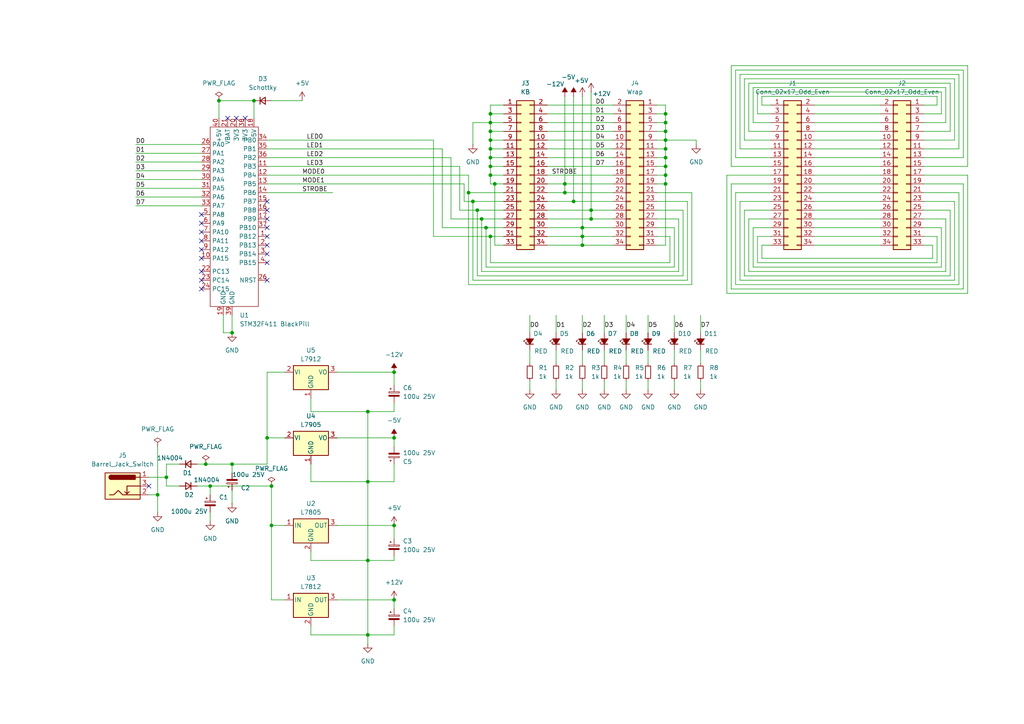
<source format=kicad_sch>
(kicad_sch (version 20231120) (generator "eeschema") (generator_version "8.0")
  (paper "A4")
  (lib_symbols
    (symbol "Connector:Barrel_Jack_Switch" (pin_names hide)
      (property "Reference" "J" (at 0 5.334 0))
      (property "Value" "Barrel_Jack_Switch" (at 0 -5.08 0))
      (symbol "Barrel_Jack_Switch_1_1"
        (pin passive line (at 7.62 2.54 180) (length 2.54) (name "~") (number "1"))
        (pin passive line (at 7.62 -2.54 180) (length 2.54) (name "~") (number "2"))
        (pin passive line (at 7.62 0 180) (length 2.54) (name "~") (number "3"))
      )
    )
    (symbol "Connector_Generic:Conn_02x17_Odd_Even" (pin_names (offset 1.016) hide)
      (property "Reference" "J" (at 1.27 22.86 0))
      (property "Value" "Conn_02x17_Odd_Even" (at 1.27 -22.86 0))
      (symbol "Conn_02x17_Odd_Even_1_1"
        (pin passive line (at -5.08 20.32 0) (length 3.81) (name "Pin_1") (number "1"))
        (pin passive line (at 7.62 10.16 180) (length 3.81) (name "Pin_10") (number "10"))
        (pin passive line (at -5.08 7.62 0) (length 3.81) (name "Pin_11") (number "11"))
        (pin passive line (at 7.62 7.62 180) (length 3.81) (name "Pin_12") (number "12"))
        (pin passive line (at -5.08 5.08 0) (length 3.81) (name "Pin_13") (number "13"))
        (pin passive line (at 7.62 5.08 180) (length 3.81) (name "Pin_14") (number "14"))
        (pin passive line (at -5.08 2.54 0) (length 3.81) (name "Pin_15") (number "15"))
        (pin passive line (at 7.62 2.54 180) (length 3.81) (name "Pin_16") (number "16"))
        (pin passive line (at -5.08 0 0) (length 3.81) (name "Pin_17") (number "17"))
        (pin passive line (at 7.62 0 180) (length 3.81) (name "Pin_18") (number "18"))
        (pin passive line (at -5.08 -2.54 0) (length 3.81) (name "Pin_19") (number "19"))
        (pin passive line (at 7.62 20.32 180) (length 3.81) (name "Pin_2") (number "2"))
        (pin passive line (at 7.62 -2.54 180) (length 3.81) (name "Pin_20") (number "20"))
        (pin passive line (at -5.08 -5.08 0) (length 3.81) (name "Pin_21") (number "21"))
        (pin passive line (at 7.62 -5.08 180) (length 3.81) (name "Pin_22") (number "22"))
        (pin passive line (at -5.08 -7.62 0) (length 3.81) (name "Pin_23") (number "23"))
        (pin passive line (at 7.62 -7.62 180) (length 3.81) (name "Pin_24") (number "24"))
        (pin passive line (at -5.08 -10.16 0) (length 3.81) (name "Pin_25") (number "25"))
        (pin passive line (at 7.62 -10.16 180) (length 3.81) (name "Pin_26") (number "26"))
        (pin passive line (at -5.08 -12.7 0) (length 3.81) (name "Pin_27") (number "27"))
        (pin passive line (at 7.62 -12.7 180) (length 3.81) (name "Pin_28") (number "28"))
        (pin passive line (at -5.08 -15.24 0) (length 3.81) (name "Pin_29") (number "29"))
        (pin passive line (at -5.08 17.78 0) (length 3.81) (name "Pin_3") (number "3"))
        (pin passive line (at 7.62 -15.24 180) (length 3.81) (name "Pin_30") (number "30"))
        (pin passive line (at -5.08 -17.78 0) (length 3.81) (name "Pin_31") (number "31"))
        (pin passive line (at 7.62 -17.78 180) (length 3.81) (name "Pin_32") (number "32"))
        (pin passive line (at -5.08 -20.32 0) (length 3.81) (name "Pin_33") (number "33"))
        (pin passive line (at 7.62 -20.32 180) (length 3.81) (name "Pin_34") (number "34"))
        (pin passive line (at 7.62 17.78 180) (length 3.81) (name "Pin_4") (number "4"))
        (pin passive line (at -5.08 15.24 0) (length 3.81) (name "Pin_5") (number "5"))
        (pin passive line (at 7.62 15.24 180) (length 3.81) (name "Pin_6") (number "6"))
        (pin passive line (at -5.08 12.7 0) (length 3.81) (name "Pin_7") (number "7"))
        (pin passive line (at 7.62 12.7 180) (length 3.81) (name "Pin_8") (number "8"))
        (pin passive line (at -5.08 10.16 0) (length 3.81) (name "Pin_9") (number "9"))
      )
    )
    (symbol "Device:C_Polarized_Small" (pin_numbers hide) (pin_names (offset 0.254) hide)
      (property "Reference" "C" (at 0.254 1.778 0))
      (property "Value" "C_Polarized_Small" (at 0.254 -2.032 0))
      (symbol "C_Polarized_Small_1_1"
        (pin passive line (at 0 2.54 270) (length 1.8542) (name "~") (number "1"))
        (pin passive line (at 0 -2.54 90) (length 1.8542) (name "~") (number "2"))
      )
    )
    (symbol "Device:D_Small" (pin_numbers hide) (pin_names (offset 0.254) hide)
      (property "Reference" "D" (at -1.27 2.032 0))
      (property "Value" "D_Small" (at -3.81 -2.032 0))
      (symbol "D_Small_1_1"
        (pin passive line (at -2.54 0 0) (length 1.778) (name "K") (number "1"))
        (pin passive line (at 2.54 0 180) (length 1.778) (name "A") (number "2"))
      )
    )
    (symbol "Device:LED_Small_Filled" (pin_numbers hide) (pin_names (offset 0.254) hide)
      (property "Reference" "D" (at -1.27 3.175 0))
      (property "Value" "LED_Small_Filled" (at -4.445 -2.54 0))
      (symbol "LED_Small_Filled_1_1"
        (pin passive line (at -2.54 0 0) (length 1.778) (name "K") (number "1"))
        (pin passive line (at 2.54 0 180) (length 1.778) (name "A") (number "2"))
      )
    )
    (symbol "Device:R_Small" (pin_numbers hide) (pin_names (offset 0.254) hide)
      (property "Reference" "R" (at 0.762 0.508 0))
      (property "Value" "R_Small" (at 0.762 -1.016 0))
      (symbol "R_Small_1_1"
        (pin passive line (at 0 2.54 270) (length 0.762) (name "~") (number "1"))
        (pin passive line (at 0 -2.54 90) (length 0.762) (name "~") (number "2"))
      )
    )
    (symbol "Q1LMCKbdTester:411BlackPill"
      (property "Reference" "U" (at -8.636 -0.762 0))
      (property "Value" "STM32F411 BlackPill" (at -1.016 -20.574 90))
      (symbol "411BlackPill_1_1"
        (pin bidirectional line (at 8.89 -34.29 180) (length 2.54) (name "PB12") (number "1"))
        (pin bidirectional line (at -10.16 -40.64 0) (length 2.54) (name "PA15") (number "10"))
        (pin bidirectional line (at 8.89 -13.97 180) (length 2.54) (name "PB3") (number "11"))
        (pin bidirectional line (at 8.89 -16.51 180) (length 2.54) (name "PB4") (number "12"))
        (pin bidirectional line (at 8.89 -19.05 180) (length 2.54) (name "PB5") (number "13"))
        (pin bidirectional line (at 8.89 -21.59 180) (length 2.54) (name "PB6") (number "14"))
        (pin bidirectional line (at 8.89 -24.13 180) (length 2.54) (name "PB7") (number "15"))
        (pin bidirectional line (at 8.89 -26.67 180) (length 2.54) (name "PB8") (number "16"))
        (pin bidirectional line (at 8.89 -29.21 180) (length 2.54) (name "PB9") (number "17"))
        (pin input line (at 5.08 0 270) (length 2.54) (name "5V") (number "18"))
        (pin power_in line (at -3.81 -57.15 90) (length 2.54) (name "GND") (number "19"))
        (pin bidirectional line (at 8.89 -36.83 180) (length 2.54) (name "PB13") (number "2"))
        (pin power_out line (at 0 0 270) (length 2.54) (name "3V3") (number "20"))
        (pin power_in line (at -2.54 0 270) (length 2.54) (name "VBAT") (number "21"))
        (pin bidirectional line (at -10.16 -44.45 0) (length 2.54) (name "PC13") (number "22"))
        (pin bidirectional line (at -10.16 -46.99 0) (length 2.54) (name "PC14") (number "23"))
        (pin bidirectional line (at -10.16 -49.53 0) (length 2.54) (name "PC15") (number "24"))
        (pin input line (at 8.89 -46.99 180) (length 2.54) (name "NRST") (number "26"))
        (pin bidirectional line (at -10.16 -7.62 0) (length 2.54) (name "PA0") (number "26"))
        (pin bidirectional line (at -10.16 -10.16 0) (length 2.54) (name "PA1") (number "27"))
        (pin bidirectional line (at -10.16 -12.7 0) (length 2.54) (name "PA2") (number "28"))
        (pin bidirectional line (at -10.16 -15.24 0) (length 2.54) (name "PA3") (number "29"))
        (pin bidirectional line (at 8.89 -39.37 180) (length 2.54) (name "PB14") (number "3"))
        (pin bidirectional line (at -10.16 -17.78 0) (length 2.54) (name "PA4") (number "30"))
        (pin bidirectional line (at -10.16 -20.32 0) (length 2.54) (name "PA5") (number "31"))
        (pin bidirectional line (at -10.16 -22.86 0) (length 2.54) (name "PA6") (number "32"))
        (pin bidirectional line (at -10.16 -25.4 0) (length 2.54) (name "PA7") (number "33"))
        (pin bidirectional line (at 8.89 -6.35 180) (length 2.54) (name "PB0") (number "34"))
        (pin bidirectional line (at 8.89 -8.89 180) (length 2.54) (name "PB1") (number "35"))
        (pin bidirectional line (at 8.89 -11.43 180) (length 2.54) (name "PB2") (number "36"))
        (pin bidirectional line (at 8.89 -31.75 180) (length 2.54) (name "PB10") (number "37"))
        (pin power_out line (at 2.54 0 270) (length 2.54) (name "3V3") (number "38"))
        (pin power_in line (at -1.27 -57.15 90) (length 2.54) (name "GND") (number "39"))
        (pin bidirectional line (at 8.89 -41.91 180) (length 2.54) (name "PB15") (number "4"))
        (pin power_in line (at -5.08 0 270) (length 2.54) (name "+5V") (number "40"))
        (pin bidirectional line (at -10.16 -27.94 0) (length 2.54) (name "PA8") (number "5"))
        (pin bidirectional line (at -10.16 -30.48 0) (length 2.54) (name "PA9") (number "6"))
        (pin bidirectional line (at -10.16 -33.02 0) (length 2.54) (name "PA10") (number "7"))
        (pin bidirectional line (at -10.16 -35.56 0) (length 2.54) (name "PA11") (number "8"))
        (pin bidirectional line (at -10.16 -38.1 0) (length 2.54) (name "PA12") (number "9"))
      )
    )
    (symbol "Regulator_Linear:L7805" (pin_names (offset 0.254))
      (property "Reference" "U" (at -3.81 3.175 0))
      (property "Value" "L7805" (at 0 3.175 0))
      (symbol "L7805_1_1"
        (pin power_in line (at -7.62 0 0) (length 2.54) (name "IN") (number "1"))
        (pin power_in line (at 0 -7.62 90) (length 2.54) (name "GND") (number "2"))
        (pin power_out line (at 7.62 0 180) (length 2.54) (name "OUT") (number "3"))
      )
    )
    (symbol "Regulator_Linear:L7812" (pin_names (offset 0.254))
      (property "Reference" "U" (at -3.81 3.175 0))
      (property "Value" "L7812" (at 0 3.175 0))
      (symbol "L7812_1_1"
        (pin power_in line (at -7.62 0 0) (length 2.54) (name "IN") (number "1"))
        (pin power_in line (at 0 -7.62 90) (length 2.54) (name "GND") (number "2"))
        (pin power_out line (at 7.62 0 180) (length 2.54) (name "OUT") (number "3"))
      )
    )
    (symbol "Regulator_Linear:L7905" (pin_names (offset 0.254))
      (property "Reference" "U" (at -3.81 -3.175 0))
      (property "Value" "L7905" (at 0 -3.175 0))
      (symbol "L7905_1_1"
        (pin power_in line (at 0 7.62 270) (length 2.54) (name "GND") (number "1"))
        (pin power_in line (at -7.62 0 0) (length 2.54) (name "VI") (number "2"))
        (pin power_out line (at 7.62 0 180) (length 2.54) (name "VO") (number "3"))
      )
    )
    (symbol "Regulator_Linear:L7912" (pin_names (offset 0.254))
      (property "Reference" "U" (at -3.81 -3.175 0))
      (property "Value" "L7912" (at 0 -3.175 0))
      (symbol "L7912_1_1"
        (pin power_in line (at 0 7.62 270) (length 2.54) (name "GND") (number "1"))
        (pin power_in line (at -7.62 0 0) (length 2.54) (name "VI") (number "2"))
        (pin power_out line (at 7.62 0 180) (length 2.54) (name "VO") (number "3"))
      )
    )
    (symbol "power:+12V" (power) (pin_numbers hide) (pin_names (offset 0) hide)
      (property "Value" "+12V" (at 0 3.556 0))
      (symbol "+12V_1_1"
        (pin power_in line (at 0 0 90) (length 0) (name "~") (number "1"))
      )
    )
    (symbol "power:+5V" (power) (pin_numbers hide) (pin_names (offset 0) hide)
      (property "Value" "+5V" (at 0 3.556 0))
      (symbol "+5V_1_1"
        (pin power_in line (at 0 0 90) (length 0) (name "~") (number "1"))
      )
    )
    (symbol "power:-12V" (power) (pin_numbers hide) (pin_names (offset 0) hide)
      (property "Value" "-12V" (at 0 3.556 0))
      (symbol "-12V_0_0"
        (pin power_in line (at 0 0 90) (length 0) (name "~") (number "1"))
      )
    )
    (symbol "power:-5V" (power) (pin_numbers hide) (pin_names (offset 0) hide)
      (property "Value" "-5V" (at 0 3.556 0))
      (symbol "-5V_0_0"
        (pin power_in line (at 0 0 90) (length 0) (name "~") (number "1"))
      )
    )
    (symbol "power:GND" (power) (pin_numbers hide) (pin_names (offset 0) hide)
      (property "Value" "GND" (at 0 -3.81 0))
      (symbol "GND_1_1"
        (pin power_in line (at 0 0 270) (length 0) (name "~") (number "1"))
      )
    )
    (symbol "power:PWR_FLAG" (power) (pin_numbers hide) (pin_names (offset 0) hide)
      (property "Value" "PWR_FLAG" (at 0 3.81 0))
      (symbol "PWR_FLAG_0_0"
        (pin power_out line (at 0 0 90) (length 0) (name "~") (number "1"))
      )
    )
  )
  (junction (at 48.26 138.43))
  (junction (at 77.47 127))
  (junction (at 137.16 58.42))
  (junction (at 114.3 173.99))
  (junction (at 106.68 162.56))
  (junction (at 142.24 38.1))
  (junction (at 142.24 48.26))
  (junction (at 139.7 63.5))
  (junction (at 73.66 29.21))
  (junction (at 193.04 33.02))
  (junction (at 166.37 58.42))
  (junction (at 142.24 68.58))
  (junction (at 171.45 60.96))
  (junction (at 60.96 140.97))
  (junction (at 193.04 43.18))
  (junction (at 142.24 33.02))
  (junction (at 106.68 119.38))
  (junction (at 193.04 38.1))
  (junction (at 106.68 139.7))
  (junction (at 135.89 55.88))
  (junction (at 78.74 140.97))
  (junction (at 168.91 66.04))
  (junction (at 63.5 29.21))
  (junction (at 163.83 55.88))
  (junction (at 114.3 152.4))
  (junction (at 193.04 40.64))
  (junction (at 67.31 134.62))
  (junction (at 142.24 43.18))
  (junction (at 143.51 53.34))
  (junction (at 114.3 107.95))
  (junction (at 142.24 40.64))
  (junction (at 138.43 60.96))
  (junction (at 114.3 127))
  (junction (at 106.68 184.15))
  (junction (at 142.24 45.72))
  (junction (at 142.24 50.8))
  (junction (at 140.97 66.04))
  (junction (at 142.24 35.56))
  (junction (at 45.72 143.51))
  (junction (at 193.04 35.56))
  (junction (at 168.91 71.12))
  (junction (at 193.04 48.26))
  (junction (at 163.83 53.34))
  (junction (at 78.74 152.4))
  (junction (at 193.04 50.8))
  (junction (at 171.45 63.5))
  (junction (at 193.04 45.72))
  (junction (at 67.31 96.52))
  (junction (at 59.69 134.62))
  (junction (at 168.91 68.58))
  (junction (at 193.04 53.34))
  (no_connect (at 77.47 81.28))
  (no_connect (at 68.58 34.29))
  (no_connect (at 77.47 68.58))
  (no_connect (at 43.18 140.97))
  (no_connect (at 58.42 83.82))
  (no_connect (at 58.42 81.28))
  (no_connect (at 71.12 34.29))
  (no_connect (at 58.42 78.74))
  (no_connect (at 77.47 66.04))
  (no_connect (at 77.47 71.12))
  (no_connect (at 77.47 58.42))
  (no_connect (at 77.47 76.2))
  (no_connect (at 77.47 73.66))
  (no_connect (at 66.04 34.29))
  (no_connect (at 58.42 72.39))
  (no_connect (at 58.42 67.31))
  (no_connect (at 58.42 64.77))
  (no_connect (at 58.42 74.93))
  (no_connect (at 58.42 62.23))
  (no_connect (at 58.42 69.85))
  (no_connect (at 77.47 60.96))
  (no_connect (at 77.47 63.5))
  (wire (pts (xy 196.85 78.74) (xy 196.85 63.5)))
  (wire (pts (xy 73.66 29.21) (xy 63.5 29.21)))
  (wire (pts (xy 190.5 30.48) (xy 193.04 30.48)))
  (wire (pts (xy 219.71 26.67) (xy 219.71 33.02)))
  (wire (pts (xy 125.73 68.58) (xy 125.73 40.64)))
  (wire (pts (xy 213.36 45.72) (xy 213.36 20.32)))
  (wire (pts (xy 175.26 101.6) (xy 175.26 105.41)))
  (wire (pts (xy 114.3 127) (xy 97.79 127)))
  (wire (pts (xy 267.97 71.12) (xy 270.51 71.12)))
  (wire (pts (xy 275.59 80.01) (xy 215.9 80.01)))
  (wire (pts (xy 146.05 53.34) (xy 143.51 53.34)))
  (wire (pts (xy 212.09 83.82) (xy 279.4 83.82)))
  (wire (pts (xy 187.96 101.6) (xy 187.96 105.41)))
  (wire (pts (xy 181.61 110.49) (xy 181.61 113.03)))
  (wire (pts (xy 267.97 43.18) (xy 278.13 43.18)))
  (wire (pts (xy 45.72 143.51) (xy 45.72 148.59)))
  (wire (pts (xy 193.04 33.02) (xy 193.04 35.56)))
  (wire (pts (xy 106.68 139.7) (xy 90.17 139.7)))
  (wire (pts (xy 106.68 184.15) (xy 106.68 162.56)))
  (wire (pts (xy 236.22 60.96) (xy 255.27 60.96)))
  (wire (pts (xy 78.74 173.99) (xy 82.55 173.99)))
  (wire (pts (xy 215.9 22.86) (xy 276.86 22.86)))
  (wire (pts (xy 212.09 53.34) (xy 212.09 83.82)))
  (wire (pts (xy 78.74 140.97) (xy 78.74 152.4)))
  (wire (pts (xy 146.05 38.1) (xy 142.24 38.1)))
  (wire (pts (xy 168.91 66.04) (xy 168.91 68.58)))
  (wire (pts (xy 187.96 91.44) (xy 187.96 96.52)))
  (wire (pts (xy 193.04 53.34) (xy 190.5 53.34)))
  (wire (pts (xy 106.68 184.15) (xy 114.3 184.15)))
  (wire (pts (xy 215.9 40.64) (xy 215.9 22.86)))
  (wire (pts (xy 45.72 129.54) (xy 45.72 143.51)))
  (wire (pts (xy 214.63 58.42) (xy 214.63 81.28)))
  (wire (pts (xy 175.26 110.49) (xy 175.26 113.03)))
  (wire (pts (xy 193.04 50.8) (xy 193.04 53.34)))
  (wire (pts (xy 114.3 129.54) (xy 114.3 127)))
  (wire (pts (xy 64.77 96.52) (xy 67.31 96.52)))
  (wire (pts (xy 278.13 55.88) (xy 278.13 82.55)))
  (wire (pts (xy 158.75 43.18) (xy 177.8 43.18)))
  (wire (pts (xy 218.44 25.4) (xy 274.32 25.4)))
  (wire (pts (xy 114.3 134.62) (xy 114.3 139.7)))
  (wire (pts (xy 195.58 101.6) (xy 195.58 105.41)))
  (wire (pts (xy 193.04 35.56) (xy 193.04 38.1)))
  (wire (pts (xy 193.04 30.48) (xy 193.04 33.02)))
  (wire (pts (xy 274.32 25.4) (xy 274.32 35.56)))
  (wire (pts (xy 77.47 127) (xy 82.55 127)))
  (wire (pts (xy 273.05 66.04) (xy 273.05 77.47)))
  (wire (pts (xy 168.91 66.04) (xy 177.8 66.04)))
  (wire (pts (xy 158.75 35.56) (xy 177.8 35.56)))
  (wire (pts (xy 267.97 60.96) (xy 275.59 60.96)))
  (wire (pts (xy 134.62 58.42) (xy 134.62 53.34)))
  (wire (pts (xy 142.24 48.26) (xy 142.24 45.72)))
  (wire (pts (xy 106.68 162.56) (xy 106.68 139.7)))
  (wire (pts (xy 278.13 43.18) (xy 278.13 21.59)))
  (wire (pts (xy 193.04 38.1) (xy 190.5 38.1)))
  (wire (pts (xy 67.31 137.16) (xy 67.31 134.62)))
  (wire (pts (xy 181.61 91.44) (xy 181.61 96.52)))
  (wire (pts (xy 168.91 68.58) (xy 168.91 71.12)))
  (wire (pts (xy 236.22 55.88) (xy 255.27 55.88)))
  (wire (pts (xy 39.37 49.53) (xy 58.42 49.53)))
  (wire (pts (xy 267.97 58.42) (xy 276.86 58.42)))
  (wire (pts (xy 39.37 57.15) (xy 58.42 57.15)))
  (wire (pts (xy 143.51 71.12) (xy 143.51 53.34)))
  (wire (pts (xy 275.59 24.13) (xy 217.17 24.13)))
  (wire (pts (xy 215.9 80.01) (xy 215.9 60.96)))
  (wire (pts (xy 280.67 85.09) (xy 210.82 85.09)))
  (wire (pts (xy 267.97 38.1) (xy 275.59 38.1)))
  (wire (pts (xy 114.3 107.95) (xy 97.79 107.95)))
  (wire (pts (xy 114.3 152.4) (xy 97.79 152.4)))
  (wire (pts (xy 218.44 77.47) (xy 218.44 66.04)))
  (wire (pts (xy 158.75 60.96) (xy 171.45 60.96)))
  (wire (pts (xy 128.27 66.04) (xy 128.27 43.18)))
  (wire (pts (xy 168.91 110.49) (xy 168.91 113.03)))
  (wire (pts (xy 201.93 41.91) (xy 201.93 40.64)))
  (wire (pts (xy 223.52 35.56) (xy 218.44 35.56)))
  (wire (pts (xy 39.37 52.07) (xy 58.42 52.07)))
  (wire (pts (xy 138.43 80.01) (xy 138.43 60.96)))
  (wire (pts (xy 146.05 63.5) (xy 139.7 63.5)))
  (wire (pts (xy 137.16 35.56) (xy 142.24 35.56)))
  (wire (pts (xy 43.18 138.43) (xy 48.26 138.43)))
  (wire (pts (xy 67.31 142.24) (xy 67.31 146.05)))
  (wire (pts (xy 219.71 33.02) (xy 223.52 33.02)))
  (wire (pts (xy 90.17 184.15) (xy 90.17 181.61)))
  (wire (pts (xy 198.12 60.96) (xy 198.12 80.01)))
  (wire (pts (xy 139.7 63.5) (xy 139.7 78.74)))
  (wire (pts (xy 213.36 55.88) (xy 223.52 55.88)))
  (wire (pts (xy 201.93 40.64) (xy 193.04 40.64)))
  (wire (pts (xy 168.91 71.12) (xy 177.8 71.12)))
  (wire (pts (xy 106.68 186.69) (xy 106.68 184.15)))
  (wire (pts (xy 190.5 55.88) (xy 200.66 55.88)))
  (wire (pts (xy 73.66 34.29) (xy 73.66 29.21)))
  (wire (pts (xy 267.97 50.8) (xy 280.67 50.8)))
  (wire (pts (xy 67.31 96.52) (xy 67.31 91.44)))
  (wire (pts (xy 236.22 53.34) (xy 255.27 53.34)))
  (wire (pts (xy 140.97 66.04) (xy 128.27 66.04)))
  (wire (pts (xy 77.47 134.62) (xy 77.47 127)))
  (wire (pts (xy 217.17 38.1) (xy 223.52 38.1)))
  (wire (pts (xy 106.68 119.38) (xy 90.17 119.38)))
  (wire (pts (xy 280.67 19.05) (xy 212.09 19.05)))
  (wire (pts (xy 271.78 68.58) (xy 267.97 68.58)))
  (wire (pts (xy 181.61 101.6) (xy 181.61 105.41)))
  (wire (pts (xy 279.4 83.82) (xy 279.4 53.34)))
  (wire (pts (xy 270.51 74.93) (xy 220.98 74.93)))
  (wire (pts (xy 146.05 35.56) (xy 142.24 35.56)))
  (wire (pts (xy 236.22 38.1) (xy 255.27 38.1)))
  (wire (pts (xy 106.68 184.15) (xy 90.17 184.15)))
  (wire (pts (xy 276.86 81.28) (xy 276.86 58.42)))
  (wire (pts (xy 213.36 20.32) (xy 279.4 20.32)))
  (wire (pts (xy 77.47 107.95) (xy 82.55 107.95)))
  (wire (pts (xy 146.05 40.64) (xy 142.24 40.64)))
  (wire (pts (xy 236.22 58.42) (xy 255.27 58.42)))
  (wire (pts (xy 158.75 38.1) (xy 177.8 38.1)))
  (wire (pts (xy 158.75 45.72) (xy 177.8 45.72)))
  (wire (pts (xy 158.75 63.5) (xy 171.45 63.5)))
  (wire (pts (xy 193.04 33.02) (xy 190.5 33.02)))
  (wire (pts (xy 267.97 66.04) (xy 273.05 66.04)))
  (wire (pts (xy 142.24 30.48) (xy 142.24 33.02)))
  (wire (pts (xy 59.69 134.62) (xy 57.15 134.62)))
  (wire (pts (xy 158.75 66.04) (xy 168.91 66.04)))
  (wire (pts (xy 168.91 27.94) (xy 168.91 66.04)))
  (wire (pts (xy 193.04 40.64) (xy 193.04 43.18)))
  (wire (pts (xy 214.63 21.59) (xy 214.63 43.18)))
  (wire (pts (xy 171.45 60.96) (xy 177.8 60.96)))
  (wire (pts (xy 275.59 60.96) (xy 275.59 80.01)))
  (wire (pts (xy 193.04 53.34) (xy 193.04 71.12)))
  (wire (pts (xy 193.04 35.56) (xy 190.5 35.56)))
  (wire (pts (xy 280.67 48.26) (xy 280.67 19.05)))
  (wire (pts (xy 158.75 71.12) (xy 168.91 71.12)))
  (wire (pts (xy 143.51 53.34) (xy 142.24 53.34)))
  (wire (pts (xy 142.24 76.2) (xy 194.31 76.2)))
  (wire (pts (xy 158.75 58.42) (xy 166.37 58.42)))
  (wire (pts (xy 90.17 134.62) (xy 90.17 139.7)))
  (wire (pts (xy 267.97 48.26) (xy 280.67 48.26)))
  (wire (pts (xy 77.47 45.72) (xy 130.81 45.72)))
  (wire (pts (xy 171.45 60.96) (xy 171.45 63.5)))
  (wire (pts (xy 214.63 43.18) (xy 223.52 43.18)))
  (wire (pts (xy 39.37 46.99) (xy 58.42 46.99)))
  (wire (pts (xy 236.22 30.48) (xy 255.27 30.48)))
  (wire (pts (xy 217.17 78.74) (xy 274.32 78.74)))
  (wire (pts (xy 142.24 38.1) (xy 142.24 35.56)))
  (wire (pts (xy 193.04 50.8) (xy 190.5 50.8)))
  (wire (pts (xy 203.2 110.49) (xy 203.2 113.03)))
  (wire (pts (xy 158.75 48.26) (xy 177.8 48.26)))
  (wire (pts (xy 142.24 50.8) (xy 142.24 48.26)))
  (wire (pts (xy 236.22 71.12) (xy 255.27 71.12)))
  (wire (pts (xy 137.16 58.42) (xy 137.16 81.28)))
  (wire (pts (xy 114.3 111.76) (xy 114.3 107.95)))
  (wire (pts (xy 57.15 140.97) (xy 60.96 140.97)))
  (wire (pts (xy 39.37 41.91) (xy 58.42 41.91)))
  (wire (pts (xy 137.16 58.42) (xy 134.62 58.42)))
  (wire (pts (xy 146.05 43.18) (xy 142.24 43.18)))
  (wire (pts (xy 166.37 27.94) (xy 166.37 58.42)))
  (wire (pts (xy 220.98 30.48) (xy 220.98 27.94)))
  (wire (pts (xy 63.5 29.21) (xy 63.5 34.29)))
  (wire (pts (xy 106.68 162.56) (xy 90.17 162.56)))
  (wire (pts (xy 133.35 60.96) (xy 133.35 48.26)))
  (wire (pts (xy 193.04 45.72) (xy 193.04 48.26)))
  (wire (pts (xy 267.97 35.56) (xy 274.32 35.56)))
  (wire (pts (xy 236.22 68.58) (xy 255.27 68.58)))
  (wire (pts (xy 135.89 55.88) (xy 135.89 50.8)))
  (wire (pts (xy 161.29 91.44) (xy 161.29 96.52)))
  (wire (pts (xy 158.75 33.02) (xy 177.8 33.02)))
  (wire (pts (xy 218.44 66.04) (xy 223.52 66.04)))
  (wire (pts (xy 163.83 55.88) (xy 177.8 55.88)))
  (wire (pts (xy 236.22 48.26) (xy 255.27 48.26)))
  (wire (pts (xy 193.04 48.26) (xy 193.04 50.8)))
  (wire (pts (xy 220.98 27.94) (xy 271.78 27.94)))
  (wire (pts (xy 158.75 53.34) (xy 163.83 53.34)))
  (wire (pts (xy 198.12 80.01) (xy 138.43 80.01)))
  (wire (pts (xy 171.45 60.96) (xy 171.45 26.67)))
  (wire (pts (xy 142.24 33.02) (xy 146.05 33.02)))
  (wire (pts (xy 146.05 58.42) (xy 137.16 58.42)))
  (wire (pts (xy 142.24 68.58) (xy 142.24 76.2)))
  (wire (pts (xy 193.04 48.26) (xy 190.5 48.26)))
  (wire (pts (xy 220.98 74.93) (xy 220.98 71.12)))
  (wire (pts (xy 236.22 40.64) (xy 255.27 40.64)))
  (wire (pts (xy 139.7 78.74) (xy 196.85 78.74)))
  (wire (pts (xy 267.97 63.5) (xy 274.32 63.5)))
  (wire (pts (xy 275.59 38.1) (xy 275.59 24.13)))
  (wire (pts (xy 139.7 63.5) (xy 130.81 63.5)))
  (wire (pts (xy 77.47 55.88) (xy 96.52 55.88)))
  (wire (pts (xy 90.17 119.38) (xy 90.17 115.57)))
  (wire (pts (xy 106.68 119.38) (xy 114.3 119.38)))
  (wire (pts (xy 267.97 53.34) (xy 279.4 53.34)))
  (wire (pts (xy 278.13 21.59) (xy 214.63 21.59)))
  (wire (pts (xy 77.47 43.18) (xy 128.27 43.18)))
  (wire (pts (xy 279.4 20.32) (xy 279.4 45.72)))
  (wire (pts (xy 78.74 29.21) (xy 87.63 29.21)))
  (wire (pts (xy 273.05 33.02) (xy 273.05 26.67)))
  (wire (pts (xy 267.97 40.64) (xy 276.86 40.64)))
  (wire (pts (xy 114.3 139.7) (xy 106.68 139.7)))
  (wire (pts (xy 146.05 45.72) (xy 142.24 45.72)))
  (wire (pts (xy 161.29 101.6) (xy 161.29 105.41)))
  (wire (pts (xy 200.66 82.55) (xy 135.89 82.55)))
  (wire (pts (xy 138.43 60.96) (xy 146.05 60.96)))
  (wire (pts (xy 135.89 82.55) (xy 135.89 55.88)))
  (wire (pts (xy 130.81 63.5) (xy 130.81 45.72)))
  (wire (pts (xy 217.17 24.13) (xy 217.17 38.1)))
  (wire (pts (xy 193.04 43.18) (xy 193.04 45.72)))
  (wire (pts (xy 138.43 60.96) (xy 133.35 60.96)))
  (wire (pts (xy 158.75 30.48) (xy 177.8 30.48)))
  (wire (pts (xy 223.52 53.34) (xy 212.09 53.34)))
  (wire (pts (xy 39.37 44.45) (xy 58.42 44.45)))
  (wire (pts (xy 203.2 101.6) (xy 203.2 105.41)))
  (wire (pts (xy 199.39 81.28) (xy 199.39 58.42)))
  (wire (pts (xy 213.36 82.55) (xy 213.36 55.88)))
  (wire (pts (xy 153.67 101.6) (xy 153.67 105.41)))
  (wire (pts (xy 64.77 91.44) (xy 64.77 96.52)))
  (wire (pts (xy 190.5 66.04) (xy 195.58 66.04)))
  (wire (pts (xy 153.67 91.44) (xy 153.67 96.52)))
  (wire (pts (xy 279.4 45.72) (xy 267.97 45.72)))
  (wire (pts (xy 60.96 140.97) (xy 60.96 143.51)))
  (wire (pts (xy 217.17 63.5) (xy 217.17 78.74)))
  (wire (pts (xy 146.05 68.58) (xy 142.24 68.58)))
  (wire (pts (xy 77.47 50.8) (xy 135.89 50.8)))
  (wire (pts (xy 210.82 85.09) (xy 210.82 50.8)))
  (wire (pts (xy 163.83 53.34) (xy 163.83 55.88)))
  (wire (pts (xy 223.52 63.5) (xy 217.17 63.5)))
  (wire (pts (xy 271.78 76.2) (xy 271.78 68.58)))
  (wire (pts (xy 223.52 45.72) (xy 213.36 45.72)))
  (wire (pts (xy 163.83 27.94) (xy 163.83 53.34)))
  (wire (pts (xy 137.16 81.28) (xy 199.39 81.28)))
  (wire (pts (xy 168.91 101.6) (xy 168.91 105.41)))
  (wire (pts (xy 236.22 50.8) (xy 255.27 50.8)))
  (wire (pts (xy 77.47 40.64) (xy 125.73 40.64)))
  (wire (pts (xy 276.86 22.86) (xy 276.86 40.64)))
  (wire (pts (xy 171.45 63.5) (xy 177.8 63.5)))
  (wire (pts (xy 67.31 134.62) (xy 77.47 134.62)))
  (wire (pts (xy 77.47 53.34) (xy 134.62 53.34)))
  (wire (pts (xy 48.26 140.97) (xy 52.07 140.97)))
  (wire (pts (xy 195.58 91.44) (xy 195.58 96.52)))
  (wire (pts (xy 60.96 148.59) (xy 60.96 151.13)))
  (wire (pts (xy 158.75 68.58) (xy 168.91 68.58)))
  (wire (pts (xy 193.04 43.18) (xy 190.5 43.18)))
  (wire (pts (xy 194.31 76.2) (xy 194.31 68.58)))
  (wire (pts (xy 48.26 138.43) (xy 48.26 134.62)))
  (wire (pts (xy 140.97 66.04) (xy 146.05 66.04)))
  (wire (pts (xy 90.17 162.56) (xy 90.17 160.02)))
  (wire (pts (xy 114.3 162.56) (xy 114.3 161.29)))
  (wire (pts (xy 190.5 60.96) (xy 198.12 60.96)))
  (wire (pts (xy 153.67 110.49) (xy 153.67 113.03)))
  (wire (pts (xy 219.71 76.2) (xy 271.78 76.2)))
  (wire (pts (xy 166.37 58.42) (xy 177.8 58.42)))
  (wire (pts (xy 106.68 139.7) (xy 106.68 119.38)))
  (wire (pts (xy 223.52 30.48) (xy 220.98 30.48)))
  (wire (pts (xy 236.22 33.02) (xy 255.27 33.02)))
  (wire (pts (xy 77.47 48.26) (xy 133.35 48.26)))
  (wire (pts (xy 236.22 43.18) (xy 255.27 43.18)))
  (wire (pts (xy 214.63 81.28) (xy 276.86 81.28)))
  (wire (pts (xy 267.97 55.88) (xy 278.13 55.88)))
  (wire (pts (xy 187.96 110.49) (xy 187.96 113.03)))
  (wire (pts (xy 140.97 77.47) (xy 140.97 66.04)))
  (wire (pts (xy 200.66 55.88) (xy 200.66 82.55)))
  (wire (pts (xy 223.52 40.64) (xy 215.9 40.64)))
  (wire (pts (xy 43.18 143.51) (xy 45.72 143.51)))
  (wire (pts (xy 195.58 77.47) (xy 140.97 77.47)))
  (wire (pts (xy 193.04 40.64) (xy 190.5 40.64)))
  (wire (pts (xy 278.13 82.55) (xy 213.36 82.55)))
  (wire (pts (xy 168.91 91.44) (xy 168.91 96.52)))
  (wire (pts (xy 236.22 45.72) (xy 255.27 45.72)))
  (wire (pts (xy 114.3 176.53) (xy 114.3 173.99)))
  (wire (pts (xy 146.05 48.26) (xy 142.24 48.26)))
  (wire (pts (xy 161.29 110.49) (xy 161.29 113.03)))
  (wire (pts (xy 114.3 173.99) (xy 97.79 173.99)))
  (wire (pts (xy 203.2 91.44) (xy 203.2 96.52)))
  (wire (pts (xy 267.97 33.02) (xy 273.05 33.02)))
  (wire (pts (xy 195.58 66.04) (xy 195.58 77.47)))
  (wire (pts (xy 236.22 66.04) (xy 255.27 66.04)))
  (wire (pts (xy 212.09 19.05) (xy 212.09 48.26)))
  (wire (pts (xy 78.74 152.4) (xy 78.74 173.99)))
  (wire (pts (xy 39.37 54.61) (xy 58.42 54.61)))
  (wire (pts (xy 142.24 68.58) (xy 125.73 68.58)))
  (wire (pts (xy 273.05 77.47) (xy 218.44 77.47)))
  (wire (pts (xy 215.9 60.96) (xy 223.52 60.96)))
  (wire (pts (xy 163.83 53.34) (xy 177.8 53.34)))
  (wire (pts (xy 135.89 55.88) (xy 146.05 55.88)))
  (wire (pts (xy 48.26 134.62) (xy 52.07 134.62)))
  (wire (pts (xy 236.22 63.5) (xy 255.27 63.5)))
  (wire (pts (xy 194.31 68.58) (xy 190.5 68.58)))
  (wire (pts (xy 142.24 45.72) (xy 142.24 43.18)))
  (wire (pts (xy 271.78 30.48) (xy 267.97 30.48)))
  (wire (pts (xy 210.82 50.8) (xy 223.52 50.8)))
  (wire (pts (xy 219.71 68.58) (xy 219.71 76.2)))
  (wire (pts (xy 274.32 78.74) (xy 274.32 63.5)))
  (wire (pts (xy 39.37 59.69) (xy 58.42 59.69)))
  (wire (pts (xy 114.3 184.15) (xy 114.3 181.61)))
  (wire (pts (xy 142.24 40.64) (xy 142.24 38.1)))
  (wire (pts (xy 273.05 26.67) (xy 219.71 26.67)))
  (wire (pts (xy 60.96 140.97) (xy 78.74 140.97)))
  (wire (pts (xy 190.5 63.5) (xy 196.85 63.5)))
  (wire (pts (xy 193.04 38.1) (xy 193.04 40.64)))
  (wire (pts (xy 212.09 48.26) (xy 223.52 48.26)))
  (wire (pts (xy 114.3 156.21) (xy 114.3 152.4)))
  (wire (pts (xy 236.22 35.56) (xy 255.27 35.56)))
  (wire (pts (xy 106.68 162.56) (xy 114.3 162.56)))
  (wire (pts (xy 142.24 43.18) (xy 142.24 40.64)))
  (wire (pts (xy 142.24 35.56) (xy 142.24 33.02)))
  (wire (pts (xy 218.44 35.56) (xy 218.44 25.4)))
  (wire (pts (xy 77.47 127) (xy 77.47 107.95)))
  (wire (pts (xy 280.67 50.8) (xy 280.67 85.09)))
  (wire (pts (xy 223.52 68.58) (xy 219.71 68.58)))
  (wire (pts (xy 114.3 116.84) (xy 114.3 119.38)))
  (wire (pts (xy 142.24 53.34) (xy 142.24 50.8)))
  (wire (pts (xy 220.98 71.12) (xy 223.52 71.12)))
  (wire (pts (xy 175.26 91.44) (xy 175.26 96.52)))
  (wire (pts (xy 271.78 27.94) (xy 271.78 30.48)))
  (wire (pts (xy 168.91 68.58) (xy 177.8 68.58)))
  (wire (pts (xy 193.04 45.72) (xy 190.5 45.72)))
  (wire (pts (xy 78.74 152.4) (xy 82.55 152.4)))
  (wire (pts (xy 158.75 55.88) (xy 163.83 55.88)))
  (wire (pts (xy 158.75 40.64) (xy 177.8 40.64)))
  (wire (pts (xy 195.58 110.49) (xy 195.58 113.03)))
  (wire (pts (xy 137.16 41.91) (xy 137.16 35.56)))
  (wire (pts (xy 146.05 71.12) (xy 143.51 71.12)))
  (wire (pts (xy 270.51 71.12) (xy 270.51 74.93)))
  (wire (pts (xy 67.31 134.62) (xy 59.69 134.62)))
  (wire (pts (xy 158.75 50.8) (xy 177.8 50.8)))
  (wire (pts (xy 146.05 30.48) (xy 142.24 30.48)))
  (wire (pts (xy 190.5 58.42) (xy 199.39 58.42)))
  (wire (pts (xy 193.04 71.12) (xy 190.5 71.12)))
  (wire (pts (xy 48.26 138.43) (xy 48.26 140.97)))
  (wire (pts (xy 146.05 50.8) (xy 142.24 50.8)))
  (wire (pts (xy 223.52 58.42) (xy 214.63 58.42)))
  (label "MODE1" (at 87.63 53.34 0))
  (label "D7" (at 39.37 59.69 0))
  (label "D5" (at 187.96 95.25 0))
  (label "D0" (at 39.37 41.91 0))
  (label "STROBE" (at 87.63 55.88 0))
  (label "D5" (at 172.72 43.18 0))
  (label "D3" (at 39.37 49.53 0))
  (label "D1" (at 39.37 44.45 0))
  (label "D4" (at 172.72 40.64 0))
  (label "D3" (at 172.72 38.1 0))
  (label "D4" (at 181.61 95.25 0))
  (label "D2" (at 172.72 35.56 0))
  (label "D7" (at 203.2 95.25 0))
  (label "D6" (at 39.37 57.15 0))
  (label "D3" (at 175.26 95.25 0))
  (label "D2" (at 168.91 95.25 0))
  (label "LED1" (at 88.9 43.18 0))
  (label "LED2" (at 88.9 45.72 0))
  (label "LED0" (at 88.9 40.64 0))
  (label "D0" (at 172.72 30.48 0))
  (label "D1" (at 161.29 95.25 0))
  (label "D1" (at 172.72 33.02 0))
  (label "LED3" (at 88.9 48.26 0))
  (label "D6" (at 195.58 95.25 0))
  (label "D5" (at 39.37 54.61 0))
  (label "MODE0" (at 87.63 50.8 0))
  (label "D4" (at 39.37 52.07 0))
  (label "D2" (at 39.37 46.99 0))
  (label "STROBE" (at 160.02 50.8 0))
  (label "D7" (at 172.72 48.26 0))
  (label "D0" (at 153.67 95.25 0))
  (label "D6" (at 172.72 45.72 0))
  (symbol (lib_id "Device:C_Polarized_Small") (at 114.3 158.75 0) (unit 1)
    (property "Reference" "C3" (at 116.84 156.9338 0) (effects (justify left)))
    (property "Value" "100u 25V" (at 116.84 159.4738 0) (effects (justify left)))
    (property "Description" "Polarized capacitor, small symbol" (effects (hide yes)))
  )
  (symbol (lib_id "Connector_Generic:Conn_02x17_Odd_Even") (at 228.6 50.8 0) (unit 1)
    (property "Reference" "J1" (at 229.87 24.13 0))
    (property "Value" "Conn_02x17_Odd_Even" (at 229.87 26.67 0))
    (property "Description" "Generic connector, double row, 02x17, odd/even pin numbering scheme (row 1 odd numbers, row 2 even numbers), script generated (kicad-library-utils/schlib/autogen/connector/)" (effects (hide yes)))
  )
  (symbol (lib_id "Device:D_Small") (at 54.61 134.62 0) (mirror x) (unit 1)
    (property "Reference" "D1" (at 54.356 137.16 0))
    (property "Value" "1N4004" (at 49.276 132.842 0))
    (property "Description" "Diode, small symbol" (effects (hide yes)))
    (property "Sim.Device" "D" (effects (hide yes)))
    (property "Sim.Pins" "1=K 2=A" (effects (hide yes)))
  )
  (symbol (lib_id "Connector_Generic:Conn_02x17_Odd_Even") (at 185.42 50.8 0) (mirror y) (unit 1)
    (property "Reference" "J4" (at 184.15 24.13 0))
    (property "Value" "Wrap" (at 184.15 26.67 0))
    (property "Description" "Generic connector, double row, 02x17, odd/even pin numbering scheme (row 1 odd numbers, row 2 even numbers), script generated (kicad-library-utils/schlib/autogen/connector/)" (effects (hide yes)))
  )
  (symbol (lib_id "Device:R_Small") (at 161.29 107.95 0) (unit 1)
    (property "Reference" "R2" (at 163.83 106.6799 0) (effects (justify left)))
    (property "Value" "1k" (at 163.83 109.2199 0) (effects (justify left)))
    (property "Description" "Resistor, small symbol" (effects (hide yes)))
  )
  (symbol (lib_id "Connector_Generic:Conn_02x17_Odd_Even") (at 151.13 50.8 0) (unit 1)
    (property "Reference" "J3" (at 152.4 24.13 0))
    (property "Value" "KB" (at 152.4 26.67 0))
    (property "Description" "Generic connector, double row, 02x17, odd/even pin numbering scheme (row 1 odd numbers, row 2 even numbers), script generated (kicad-library-utils/schlib/autogen/connector/)" (effects (hide yes)))
  )
  (symbol (lib_id "Device:R_Small") (at 181.61 107.95 0) (unit 1)
    (property "Reference" "R5" (at 184.15 106.6799 0) (effects (justify left)))
    (property "Value" "1k" (at 184.15 109.2199 0) (effects (justify left)))
    (property "Description" "Resistor, small symbol" (effects (hide yes)))
  )
  (symbol (lib_id "Device:C_Polarized_Small") (at 114.3 114.3 0) (unit 1)
    (property "Reference" "C6" (at 116.84 112.4838 0) (effects (justify left)))
    (property "Value" "100u 25V" (at 116.84 115.0238 0) (effects (justify left)))
    (property "Description" "Polarized capacitor, small symbol" (effects (hide yes)))
  )
  (symbol (lib_id "power:-12V") (at 114.3 107.95 0) (unit 1)
    (property "Reference" "#PWR09" (effects (hide yes)))
    (property "Value" "-12V" (at 114.3 102.87 0))
    (property "Description" "Power symbol creates a global label with name \"-12V\"" (effects (hide yes)))
  )
  (symbol (lib_id "power:+5V") (at 114.3 152.4 0) (unit 1)
    (property "Reference" "#PWR07" (effects (hide yes)))
    (property "Value" "+5V" (at 114.3 147.32 0))
    (property "Description" "Power symbol creates a global label with name \"+5V\"" (effects (hide yes)))
  )
  (symbol (lib_id "Connector_Generic:Conn_02x17_Odd_Even") (at 262.89 50.8 0) (mirror y) (unit 1)
    (property "Reference" "J2" (at 261.62 24.13 0))
    (property "Value" "Conn_02x17_Odd_Even" (at 261.62 26.67 0))
    (property "Description" "Generic connector, double row, 02x17, odd/even pin numbering scheme (row 1 odd numbers, row 2 even numbers), script generated (kicad-library-utils/schlib/autogen/connector/)" (effects (hide yes)))
  )
  (symbol (lib_id "Device:D_Small") (at 54.61 140.97 180) (unit 1)
    (property "Reference" "D2" (at 54.864 143.51 0))
    (property "Value" "1N4004" (at 59.944 139.192 0))
    (property "Description" "Diode, small symbol" (effects (hide yes)))
    (property "Sim.Device" "D" (effects (hide yes)))
    (property "Sim.Pins" "1=K 2=A" (effects (hide yes)))
  )
  (symbol (lib_id "Device:C_Polarized_Small") (at 60.96 146.05 0) (unit 1)
    (property "Reference" "C1" (at 63.5 144.2338 0) (effects (justify left)))
    (property "Value" "1000u 25V" (at 49.53 148.336 0) (effects (justify left)))
    (property "Description" "Polarized capacitor, small symbol" (effects (hide yes)))
  )
  (symbol (lib_id "Device:R_Small") (at 195.58 107.95 0) (unit 1)
    (property "Reference" "R7" (at 198.12 106.6799 0) (effects (justify left)))
    (property "Value" "1k" (at 198.12 109.2199 0) (effects (justify left)))
    (property "Description" "Resistor, small symbol" (effects (hide yes)))
  )
  (symbol (lib_id "Device:LED_Small_Filled") (at 195.58 99.06 90) (unit 1)
    (property "Reference" "D10" (at 196.596 96.774 90) (effects (justify right)))
    (property "Value" "RED" (at 196.85 101.854 90) (effects (justify right)))
    (property "Description" "Light emitting diode, small symbol, filled shape" (effects (hide yes)))
  )
  (symbol (lib_id "Device:C_Polarized_Small") (at 114.3 132.08 0) (mirror x) (unit 1)
    (property "Reference" "C5" (at 116.84 133.8962 0) (effects (justify left)))
    (property "Value" "100u 25V" (at 116.84 131.3562 0) (effects (justify left)))
    (property "Description" "Polarized capacitor, small symbol" (effects (hide yes)))
  )
  (symbol (lib_id "Device:R_Small") (at 153.67 107.95 0) (unit 1)
    (property "Reference" "R1" (at 156.21 106.6799 0) (effects (justify left)))
    (property "Value" "1k" (at 156.21 109.2199 0) (effects (justify left)))
    (property "Description" "Resistor, small symbol" (effects (hide yes)))
  )
  (symbol (lib_id "power:GND") (at 60.96 151.13 0) (unit 1)
    (property "Reference" "#PWR02" (effects (hide yes)))
    (property "Value" "GND" (at 60.96 156.21 0))
    (property "Description" "Power symbol creates a global label with name \"GND\" , ground" (effects (hide yes)))
  )
  (symbol (lib_id "Device:R_Small") (at 168.91 107.95 0) (unit 1)
    (property "Reference" "R3" (at 171.45 106.6799 0) (effects (justify left)))
    (property "Value" "1k" (at 171.45 109.2199 0) (effects (justify left)))
    (property "Description" "Resistor, small symbol" (effects (hide yes)))
  )
  (symbol (lib_id "Device:LED_Small_Filled") (at 161.29 99.06 90) (unit 1)
    (property "Reference" "D5" (at 162.306 96.774 90) (effects (justify right)))
    (property "Value" "RED" (at 162.56 101.854 90) (effects (justify right)))
    (property "Description" "Light emitting diode, small symbol, filled shape" (effects (hide yes)))
  )
  (symbol (lib_id "power:GND") (at 137.16 41.91 0) (unit 1)
    (property "Reference" "#PWR012" (effects (hide yes)))
    (property "Value" "GND" (at 137.16 46.99 0))
    (property "Description" "Power symbol creates a global label with name \"GND\" , ground" (effects (hide yes)))
  )
  (symbol (lib_id "power:-5V") (at 166.37 27.94 0) (unit 1)
    (property "Reference" "#PWR015" (effects (hide yes)))
    (property "Value" "-5V" (at 164.846 22.352 0))
    (property "Description" "Power symbol creates a global label with name \"-5V\"" (effects (hide yes)))
  )
  (symbol (lib_id "power:GND") (at 175.26 113.03 0) (unit 1)
    (property "Reference" "#PWR020" (effects (hide yes)))
    (property "Value" "GND" (at 175.26 118.11 0))
    (property "Description" "Power symbol creates a global label with name \"GND\" , ground" (effects (hide yes)))
  )
  (symbol (lib_id "power:GND") (at 168.91 113.03 0) (unit 1)
    (property "Reference" "#PWR019" (effects (hide yes)))
    (property "Value" "GND" (at 168.91 118.11 0))
    (property "Description" "Power symbol creates a global label with name \"GND\" , ground" (effects (hide yes)))
  )
  (symbol (lib_id "Connector:Barrel_Jack_Switch") (at 35.56 140.97 0) (unit 1)
    (property "Reference" "J5" (at 35.56 132.08 0))
    (property "Value" "Barrel_Jack_Switch" (at 35.56 134.62 0))
    (property "Description" "DC Barrel Jack with an internal switch" (effects (hide yes)))
  )
  (symbol (lib_id "power:GND") (at 181.61 113.03 0) (unit 1)
    (property "Reference" "#PWR021" (effects (hide yes)))
    (property "Value" "GND" (at 181.61 118.11 0))
    (property "Description" "Power symbol creates a global label with name \"GND\" , ground" (effects (hide yes)))
  )
  (symbol (lib_id "Device:R_Small") (at 175.26 107.95 0) (unit 1)
    (property "Reference" "R4" (at 177.8 106.6799 0) (effects (justify left)))
    (property "Value" "1k" (at 177.8 109.2199 0) (effects (justify left)))
    (property "Description" "Resistor, small symbol" (effects (hide yes)))
  )
  (symbol (lib_id "power:-5V") (at 114.3 127 0) (unit 1)
    (property "Reference" "#PWR08" (effects (hide yes)))
    (property "Value" "-5V" (at 114.3 121.92 0))
    (property "Description" "Power symbol creates a global label with name \"-5V\"" (effects (hide yes)))
  )
  (symbol (lib_id "power:PWR_FLAG") (at 63.5 29.21 0) (unit 1)
    (property "Reference" "#FLG04" (effects (hide yes)))
    (property "Value" "PWR_FLAG" (at 63.5 24.13 0))
    (property "Description" "Special symbol for telling ERC where power comes from" (effects (hide yes)))
  )
  (symbol (lib_id "Device:LED_Small_Filled") (at 168.91 99.06 90) (unit 1)
    (property "Reference" "D6" (at 169.926 96.774 90) (effects (justify right)))
    (property "Value" "RED" (at 170.18 101.854 90) (effects (justify right)))
    (property "Description" "Light emitting diode, small symbol, filled shape" (effects (hide yes)))
  )
  (symbol (lib_id "Regulator_Linear:L7812") (at 90.17 173.99 0) (unit 1)
    (property "Reference" "U3" (at 90.17 167.64 0))
    (property "Value" "L7812" (at 90.17 170.18 0))
    (property "Datasheet" "http://www.st.com/content/ccc/resource/technical/document/datasheet/41/4f/b3/b0/12/d4/47/88/CD00000444.pdf/files/CD00000444.pdf/jcr:content/translations/en.CD00000444.pdf" (effects (hide yes)))
    (property "Description" "Positive 1.5A 35V Linear Regulator, Fixed Output 12V, TO-220/TO-263/TO-252" (effects (hide yes)))
  )
  (symbol (lib_id "power:+5V") (at 87.63 29.21 0) (unit 1)
    (property "Reference" "#PWR010" (effects (hide yes)))
    (property "Value" "+5V" (at 87.63 24.13 0))
    (property "Description" "Power symbol creates a global label with name \"+5V\"" (effects (hide yes)))
  )
  (symbol (lib_id "Device:R_Small") (at 187.96 107.95 0) (unit 1)
    (property "Reference" "R6" (at 190.5 106.6799 0) (effects (justify left)))
    (property "Value" "1k" (at 190.5 109.2199 0) (effects (justify left)))
    (property "Description" "Resistor, small symbol" (effects (hide yes)))
  )
  (symbol (lib_id "Device:LED_Small_Filled") (at 181.61 99.06 90) (unit 1)
    (property "Reference" "D8" (at 182.626 96.774 90) (effects (justify right)))
    (property "Value" "RED" (at 182.88 101.854 90) (effects (justify right)))
    (property "Description" "Light emitting diode, small symbol, filled shape" (effects (hide yes)))
  )
  (symbol (lib_id "Device:LED_Small_Filled") (at 153.67 99.06 90) (unit 1)
    (property "Reference" "D4" (at 154.686 96.774 90) (effects (justify right)))
    (property "Value" "RED" (at 154.94 101.854 90) (effects (justify right)))
    (property "Description" "Light emitting diode, small symbol, filled shape" (effects (hide yes)))
  )
  (symbol (lib_id "Device:C_Polarized_Small") (at 114.3 179.07 0) (unit 1)
    (property "Reference" "C4" (at 116.84 177.2538 0) (effects (justify left)))
    (property "Value" "100u 25V" (at 116.84 179.7938 0) (effects (justify left)))
    (property "Description" "Polarized capacitor, small symbol" (effects (hide yes)))
  )
  (symbol (lib_id "Q1LMCKbdTester:411BlackPill") (at 68.58 34.29 0) (unit 1)
    (property "Reference" "U1" (at 69.5041 91.44 0) (effects (justify left)))
    (property "Value" "STM32F411 BlackPill" (at 69.5041 93.98 0) (effects (justify left)))
  )
  (symbol (lib_id "Device:D_Small") (at 76.2 29.21 0) (unit 1)
    (property "Reference" "D3" (at 76.2 22.86 0))
    (property "Value" "Schottky" (at 76.2 25.4 0))
    (property "Description" "Diode, small symbol" (effects (hide yes)))
    (property "Sim.Device" "D" (effects (hide yes)))
    (property "Sim.Pins" "1=K 2=A" (effects (hide yes)))
  )
  (symbol (lib_id "Regulator_Linear:L7912") (at 90.17 107.95 0) (mirror x) (unit 1)
    (property "Reference" "U5" (at 90.17 101.6 0))
    (property "Value" "L7912" (at 90.17 104.14 0))
    (property "Datasheet" "http://www.st.com/content/ccc/resource/technical/document/datasheet/c9/16/86/41/c7/2b/45/f2/CD00000450.pdf/files/CD00000450.pdf/jcr:content/translations/en.CD00000450.pdf" (effects (hide yes)))
    (property "Description" "Negative 1.5A 35V Linear Regulator, Fixed Output -12V, TO-220/TO-263" (effects (hide yes)))
  )
  (symbol (lib_id "Regulator_Linear:L7905") (at 90.17 127 0) (mirror x) (unit 1)
    (property "Reference" "U4" (at 90.17 120.65 0))
    (property "Value" "L7905" (at 90.17 123.19 0))
    (property "Datasheet" "http://www.st.com/content/ccc/resource/technical/document/datasheet/c9/16/86/41/c7/2b/45/f2/CD00000450.pdf/files/CD00000450.pdf/jcr:content/translations/en.CD00000450.pdf" (effects (hide yes)))
    (property "Description" "Negative 1.5A 35V Linear Regulator, Fixed Output -5V, TO-220/TO-263" (effects (hide yes)))
  )
  (symbol (lib_id "power:GND") (at 67.31 146.05 0) (unit 1)
    (property "Reference" "#PWR03" (effects (hide yes)))
    (property "Value" "GND" (at 67.31 151.13 0))
    (property "Description" "Power symbol creates a global label with name \"GND\" , ground" (effects (hide yes)))
  )
  (symbol (lib_id "power:-12V") (at 163.83 27.94 0) (unit 1)
    (property "Reference" "#PWR016" (effects (hide yes)))
    (property "Value" "-12V" (at 161.036 24.384 0))
    (property "Description" "Power symbol creates a global label with name \"-12V\"" (effects (hide yes)))
  )
  (symbol (lib_id "power:GND") (at 195.58 113.03 0) (unit 1)
    (property "Reference" "#PWR023" (effects (hide yes)))
    (property "Value" "GND" (at 195.58 118.11 0))
    (property "Description" "Power symbol creates a global label with name \"GND\" , ground" (effects (hide yes)))
  )
  (symbol (lib_id "power:GND") (at 201.93 41.91 0) (unit 1)
    (property "Reference" "#PWR011" (effects (hide yes)))
    (property "Value" "GND" (at 201.93 46.99 0))
    (property "Description" "Power symbol creates a global label with name \"GND\" , ground" (effects (hide yes)))
  )
  (symbol (lib_id "power:GND") (at 45.72 148.59 0) (unit 1)
    (property "Reference" "#PWR01" (effects (hide yes)))
    (property "Value" "GND" (at 45.72 153.67 0))
    (property "Description" "Power symbol creates a global label with name \"GND\" , ground" (effects (hide yes)))
  )
  (symbol (lib_id "power:GND") (at 106.68 186.69 0) (unit 1)
    (property "Reference" "#PWR04" (effects (hide yes)))
    (property "Value" "GND" (at 106.68 191.77 0))
    (property "Description" "Power symbol creates a global label with name \"GND\" , ground" (effects (hide yes)))
  )
  (symbol (lib_id "power:PWR_FLAG") (at 45.72 129.54 0) (unit 1)
    (property "Reference" "#FLG03" (effects (hide yes)))
    (property "Value" "PWR_FLAG" (at 45.72 124.46 0))
    (property "Description" "Special symbol for telling ERC where power comes from" (effects (hide yes)))
  )
  (symbol (lib_id "Device:LED_Small_Filled") (at 203.2 99.06 90) (unit 1)
    (property "Reference" "D11" (at 204.216 96.774 90) (effects (justify right)))
    (property "Value" "RED" (at 204.47 101.854 90) (effects (justify right)))
    (property "Description" "Light emitting diode, small symbol, filled shape" (effects (hide yes)))
  )
  (symbol (lib_id "power:GND") (at 187.96 113.03 0) (unit 1)
    (property "Reference" "#PWR022" (effects (hide yes)))
    (property "Value" "GND" (at 187.96 118.11 0))
    (property "Description" "Power symbol creates a global label with name \"GND\" , ground" (effects (hide yes)))
  )
  (symbol (lib_id "Device:C_Polarized_Small") (at 67.31 139.7 0) (mirror x) (unit 1)
    (property "Reference" "C2" (at 69.85 141.5162 0) (effects (justify left)))
    (property "Value" "100u 25V" (at 67.31 137.668 0) (effects (justify left)))
    (property "Description" "Polarized capacitor, small symbol" (effects (hide yes)))
  )
  (symbol (lib_id "power:PWR_FLAG") (at 59.69 134.62 0) (unit 1)
    (property "Reference" "#FLG01" (effects (hide yes)))
    (property "Value" "PWR_FLAG" (at 59.69 129.54 0))
    (property "Description" "Special symbol for telling ERC where power comes from" (effects (hide yes)))
  )
  (symbol (lib_id "power:GND") (at 153.67 113.03 0) (unit 1)
    (property "Reference" "#PWR017" (effects (hide yes)))
    (property "Value" "GND" (at 153.67 118.11 0))
    (property "Description" "Power symbol creates a global label with name \"GND\" , ground" (effects (hide yes)))
  )
  (symbol (lib_id "Regulator_Linear:L7805") (at 90.17 152.4 0) (unit 1)
    (property "Reference" "U2" (at 90.17 146.05 0))
    (property "Value" "L7805" (at 90.17 148.59 0))
    (property "Datasheet" "http://www.st.com/content/ccc/resource/technical/document/datasheet/41/4f/b3/b0/12/d4/47/88/CD00000444.pdf/files/CD00000444.pdf/jcr:content/translations/en.CD00000444.pdf" (effects (hide yes)))
    (property "Description" "Positive 1.5A 35V Linear Regulator, Fixed Output 5V, TO-220/TO-263/TO-252" (effects (hide yes)))
  )
  (symbol (lib_id "Device:R_Small") (at 203.2 107.95 0) (unit 1)
    (property "Reference" "R8" (at 205.74 106.6799 0) (effects (justify left)))
    (property "Value" "1k" (at 205.74 109.2199 0) (effects (justify left)))
    (property "Description" "Resistor, small symbol" (effects (hide yes)))
  )
  (symbol (lib_id "Device:LED_Small_Filled") (at 175.26 99.06 90) (unit 1)
    (property "Reference" "D7" (at 176.276 96.774 90) (effects (justify right)))
    (property "Value" "RED" (at 176.53 101.854 90) (effects (justify right)))
    (property "Description" "Light emitting diode, small symbol, filled shape" (effects (hide yes)))
  )
  (symbol (lib_id "power:+5V") (at 168.91 27.94 0) (unit 1)
    (property "Reference" "#PWR013" (effects (hide yes)))
    (property "Value" "+5V" (at 168.656 23.368 0))
    (property "Description" "Power symbol creates a global label with name \"+5V\"" (effects (hide yes)))
  )
  (symbol (lib_id "power:+12V") (at 171.45 26.67 0) (unit 1)
    (property "Reference" "#PWR014" (effects (hide yes)))
    (property "Value" "+12V" (at 174.498 27.178 0))
    (property "Description" "Power symbol creates a global label with name \"+12V\"" (effects (hide yes)))
  )
  (symbol (lib_id "power:PWR_FLAG") (at 78.74 140.97 0) (unit 1)
    (property "Reference" "#FLG02" (effects (hide yes)))
    (property "Value" "PWR_FLAG" (at 78.74 135.89 0))
    (property "Description" "Special symbol for telling ERC where power comes from" (effects (hide yes)))
  )
  (symbol (lib_id "power:+12V") (at 114.3 173.99 0) (unit 1)
    (property "Reference" "#PWR06" (effects (hide yes)))
    (property "Value" "+12V" (at 114.3 168.91 0))
    (property "Description" "Power symbol creates a global label with name \"+12V\"" (effects (hide yes)))
  )
  (symbol (lib_id "power:GND") (at 203.2 113.03 0) (unit 1)
    (property "Reference" "#PWR024" (effects (hide yes)))
    (property "Value" "GND" (at 203.2 118.11 0))
    (property "Description" "Power symbol creates a global label with name \"GND\" , ground" (effects (hide yes)))
  )
  (symbol (lib_id "power:GND") (at 161.29 113.03 0) (unit 1)
    (property "Reference" "#PWR018" (effects (hide yes)))
    (property "Value" "GND" (at 161.29 118.11 0))
    (property "Description" "Power symbol creates a global label with name \"GND\" , ground" (effects (hide yes)))
  )
  (symbol (lib_id "power:GND") (at 67.31 96.52 0) (unit 1)
    (property "Reference" "#PWR05" (effects (hide yes)))
    (property "Value" "GND" (at 67.31 101.6 0))
    (property "Description" "Power symbol creates a global label with name \"GND\" , ground" (effects (hide yes)))
  )
  (symbol (lib_id "Device:LED_Small_Filled") (at 187.96 99.06 90) (unit 1)
    (property "Reference" "D9" (at 188.976 96.774 90) (effects (justify right)))
    (property "Value" "RED" (at 189.23 101.854 90) (effects (justify right)))
    (property "Description" "Light emitting diode, small symbol, filled shape" (effects (hide yes)))
  )
)
</source>
